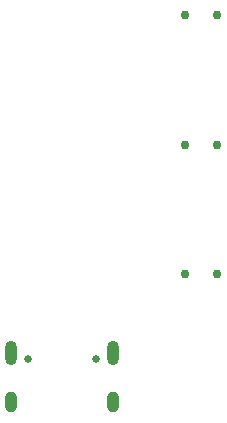
<source format=gbr>
%TF.GenerationSoftware,KiCad,Pcbnew,7.0.1*%
%TF.CreationDate,2024-04-01T23:51:06+01:00*%
%TF.ProjectId,Hardware,48617264-7761-4726-952e-6b696361645f,rev?*%
%TF.SameCoordinates,Original*%
%TF.FileFunction,Soldermask,Top*%
%TF.FilePolarity,Negative*%
%FSLAX46Y46*%
G04 Gerber Fmt 4.6, Leading zero omitted, Abs format (unit mm)*
G04 Created by KiCad (PCBNEW 7.0.1) date 2024-04-01 23:51:06*
%MOMM*%
%LPD*%
G01*
G04 APERTURE LIST*
%ADD10C,0.750000*%
%ADD11C,0.650000*%
%ADD12O,1.000000X1.800000*%
%ADD13O,1.000000X2.100000*%
G04 APERTURE END LIST*
D10*
%TO.C,SW1*%
X205125000Y-81250000D03*
X207875000Y-81250000D03*
%TD*%
%TO.C,SW2*%
X205125000Y-70250000D03*
X207875000Y-70250000D03*
%TD*%
%TO.C,SW3*%
X205125000Y-92250000D03*
X207875000Y-92250000D03*
%TD*%
D11*
%TO.C,J1*%
X197640000Y-99395000D03*
X191860000Y-99395000D03*
D12*
X199070000Y-103075000D03*
D13*
X199070000Y-98875000D03*
D12*
X190430000Y-103075000D03*
D13*
X190430000Y-98875000D03*
%TD*%
M02*

</source>
